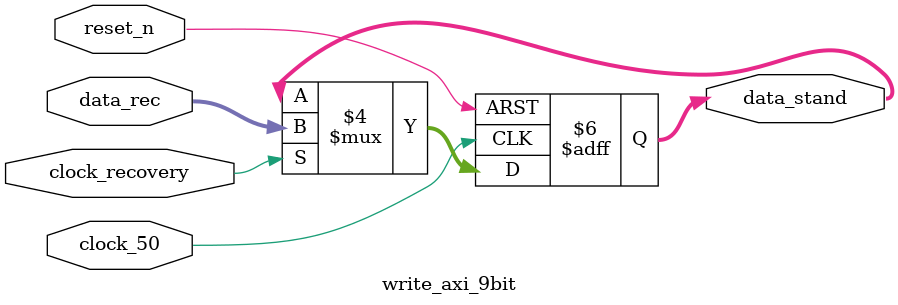
<source format=v>
module write_axi_9bit(
		 input clock_recovery,
		 input clock_50,
		 input reset_n,
		 input [8:0] data_rec,
		 output reg [8:0] data_stand	
		);


always@(posedge clock_50 or negedge reset_n )
begin

	if(!reset_n)
	begin
		data_stand <= 9'd0;
	end
	else
	begin
		if(clock_recovery)
			data_stand <= data_rec;
		else
			data_stand <= data_stand;
	end
end

endmodule

</source>
